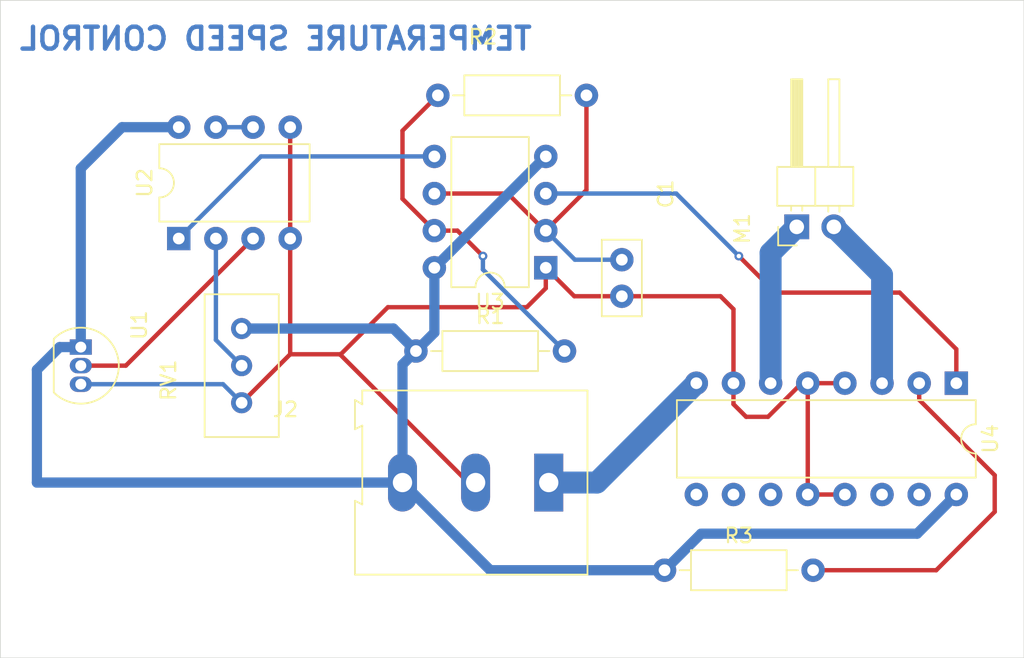
<source format=kicad_pcb>
(kicad_pcb (version 20240108) (generator "pcbnew") (generator_version "8.0")
  (layers (0 "F.Cu" signal) (31 "B.Cu" signal) (36 "B.SilkS" user "B.Silkscreen") (37 "F.SilkS" user "F.Silkscreen") (38 "B.Mask" user) (39 "F.Mask" user) (44 "Edge.Cuts" user))
  (net 0 "")
  (net 1 "GND")
  (net 2 "Net-(U3-THR)")
  (net 3 "+9V")
  (net 4 "+5V")
  (net 5 "Net-(M1-+)")
  (net 6 "Net-(M1--)")
  (net 7 "Net-(U3-DIS)")
  (net 8 "Net-(U4-1A)")
  (net 9 "/POT_OUT")
  (net 10 "/SEN_OUT")
  (net 11 "/COMP_OP")
  (net 12 "Net-(U2B--)")
  (net 13 "/TIMER_OP")
  (footprint "TerminalBlock:TerminalBlock_Altech_AK300-3_P5.00mm" (layer "F.Cu") (at 151 117 180)
    (property "Reference" "J2" (at 18 5 0) (layer "F.SilkS"))
    (property "Value" "Screw_Terminal_01x03")
    (fp_line (start 13.25 5.65) (end 13.25 3.65) (stroke (width 0.12)) (layer "F.SilkS"))
    (fp_line (start 13.25 3.65) (end 12.75 3.9) (stroke (width 0.12)) (layer "F.SilkS"))
    (fp_line (start 13.25 -1.25) (end 13.25 -6.3) (stroke (width 0.12)) (layer "F.SilkS"))
    (fp_line (start 13.25 -6.3) (end -2.65 -6.3) (stroke (width 0.12)) (layer "F.SilkS"))
    (fp_line (start 12.75 6.3) (end 12.75 5.35) (stroke (width 0.12)) (layer "F.SilkS"))
    (fp_line (start 12.75 5.35) (end 13.25 5.65) (stroke (width 0.12)) (layer "F.SilkS"))
    (fp_line (start 12.75 3.9) (end 12.75 -1.5) (stroke (width 0.12)) (layer "F.SilkS"))
    (fp_line (start 12.75 -1.5) (end 13.25 -1.25) (stroke (width 0.12)) (layer "F.SilkS"))
    (fp_line (start -2.65 6.3) (end 12.75 6.3) (stroke (width 0.12)) (layer "F.SilkS"))
    (fp_line (start -2.65 -6.3) (end -2.65 6.3) (stroke (width 0.12)) (layer "F.SilkS"))
    (pad "1" thru_hole rect (at 0 0 180) (size 1.98 3.96) (drill 1.32) (layers "*.Cu" "*.Mask") (net 3 "+9V"))
    (pad "2" thru_hole oval (at 5 0 180) (size 1.98 3.96) (drill 1.32) (layers "*.Cu" "*.Mask") (net 1 "GND"))
    (pad "3" thru_hole oval (at 10 0 180) (size 1.98 3.96) (drill 1.32) (layers "*.Cu" "*.Mask") (net 4 "+5V"))
  )
  (footprint "Package_DIP:DIP-8_W7.62mm" (layer "F.Cu") (at 150.8 102.3 180)
    (property "Reference" "U3" (at 3.81 -2.33 360) (layer "F.SilkS"))
    (property "Value" "LM555xN")
    (fp_line (start 6.46 8.95) (end 6.46 -1.33) (stroke (width 0.12)) (layer "F.SilkS"))
    (fp_line (start 6.46 -1.33) (end 4.81 -1.33) (stroke (width 0.12)) (layer "F.SilkS"))
    (fp_line (start 2.81 -1.33) (end 1.16 -1.33) (stroke (width 0.12)) (layer "F.SilkS"))
    (fp_line (start 1.16 8.95) (end 6.46 8.95) (stroke (width 0.12)) (layer "F.SilkS"))
    (fp_line (start 1.16 -1.33) (end 1.16 8.95) (stroke (width 0.12)) (layer "F.SilkS"))
    (fp_arc (start 4.81 -1.33) (mid 3.81 -0.33) (end 2.81 -1.33) (stroke (width 0.12)) (layer "F.SilkS"))
    (pad "1" thru_hole rect (at 0 0 180) (size 1.6 1.6) (drill 0.8) (layers "*.Cu" "*.Mask") (net 1 "GND"))
    (pad "2" thru_hole oval (at 0 2.54 180) (size 1.6 1.6) (drill 0.8) (layers "*.Cu" "*.Mask") (net 2 "Net-(U3-THR)"))
    (pad "3" thru_hole oval (at 0 5.08 180) (size 1.6 1.6) (drill 0.8) (layers "*.Cu" "*.Mask") (net 13 "/TIMER_OP"))
    (pad "4" thru_hole oval (at 0 7.62 180) (size 1.6 1.6) (drill 0.8) (layers "*.Cu" "*.Mask") (net 4 "+5V"))
    (pad "5" thru_hole oval (at 7.62 7.62 180) (size 1.6 1.6) (drill 0.8) (layers "*.Cu" "*.Mask") (net 11 "/COMP_OP"))
    (pad "6" thru_hole oval (at 7.62 5.08 180) (size 1.6 1.6) (drill 0.8) (layers "*.Cu" "*.Mask") (net 2 "Net-(U3-THR)"))
    (pad "7" thru_hole oval (at 7.62 2.54 180) (size 1.6 1.6) (drill 0.8) (layers "*.Cu" "*.Mask") (net 7 "Net-(U3-DIS)"))
    (pad "8" thru_hole oval (at 7.62 0 180) (size 1.6 1.6) (drill 0.8) (layers "*.Cu" "*.Mask") (net 4 "+5V"))
  )
  (footprint "Resistor_THT:R_Axial_DIN0207_L6.3mm_D2.5mm_P10.16mm_Horizontal" (layer "F.Cu") (at 143.42 90.5)
    (property "Reference" "R2" (at 3.08 -4 0) (layer "F.SilkS"))
    (property "Value" "10k")
    (fp_line (start 1.04 0) (end 1.81 0) (stroke (width 0.12)) (layer "F.SilkS"))
    (fp_line (start 1.81 -1.37) (end 1.81 1.37) (stroke (width 0.12)) (layer "F.SilkS"))
    (fp_line (start 1.81 1.37) (end 8.35 1.37) (stroke (width 0.12)) (layer "F.SilkS"))
    (fp_line (start 8.35 -1.37) (end 1.81 -1.37) (stroke (width 0.12)) (layer "F.SilkS"))
    (fp_line (start 8.35 1.37) (end 8.35 -1.37) (stroke (width 0.12)) (layer "F.SilkS"))
    (fp_line (start 9.12 0) (end 8.35 0) (stroke (width 0.12)) (layer "F.SilkS"))
    (pad "1" thru_hole circle (at 0 0) (size 1.6 1.6) (drill 0.8) (layers "*.Cu" "*.Mask") (net 7 "Net-(U3-DIS)"))
    (pad "2" thru_hole oval (at 10.16 0) (size 1.6 1.6) (drill 0.8) (layers "*.Cu" "*.Mask") (net 2 "Net-(U3-THR)"))
  )
  (footprint "Connector_PinHeader_2.54mm:PinHeader_1x02_P2.54mm_Horizontal" (layer "F.Cu") (at 167.96 99.5 90)
    (property "Reference" "M1" (at -0.125 -3.725 90) (layer "F.SilkS"))
    (property "Value" "Motor_DC")
    (fp_line (start 4.1 -1.33) (end 1.44 -1.33) (stroke (width 0.12)) (layer "F.SilkS"))
    (fp_line (start 1.44 -1.33) (end 1.44 3.87) (stroke (width 0.12)) (layer "F.SilkS"))
    (fp_line (start -1.27 -1.27) (end 0 -1.27) (stroke (width 0.12)) (layer "F.SilkS"))
    (fp_line (start 10.1 -0.38) (end 10.1 0.38) (stroke (width 0.12)) (layer "F.SilkS"))
    (fp_line (start 4.1 -0.38) (end 10.1 -0.38) (stroke (width 0.12)) (layer "F.SilkS"))
    (fp_line (start 1.11 -0.38) (end 1.44 -0.38) (stroke (width 0.12)) (layer "F.SilkS"))
    (fp_line (start 4.1 -0.32) (end 10.1 -0.32) (stroke (width 0.12)) (layer "F.SilkS"))
    (fp_line (start 4.1 -0.2) (end 10.1 -0.2) (stroke (width 0.12)) (layer "F.SilkS"))
    (fp_line (start 4.1 -0.08) (end 10.1 -0.08) (stroke (width 0.12)) (layer "F.SilkS"))
    (fp_line (start -1.27 0) (end -1.27 -1.27) (stroke (width 0.12)) (layer "F.SilkS"))
    (fp_line (start 4.1 0.04) (end 10.1 0.04) (stroke (width 0.12)) (layer "F.SilkS"))
    (fp_line (start 4.1 0.16) (end 10.1 0.16) (stroke (width 0.12)) (layer "F.SilkS"))
    (fp_line (start 4.1 0.28) (end 10.1 0.28) (stroke (width 0.12)) (layer "F.SilkS"))
    (fp_line (start 10.1 0.38) (end 4.1 0.38) (stroke (width 0.12)) (layer "F.SilkS"))
    (fp_line (start 1.11 0.38) (end 1.44 0.38) (stroke (width 0.12)) (layer "F.SilkS"))
    (fp_line (start 1.44 1.27) (end 4.1 1.27) (stroke (width 0.12)) (layer "F.SilkS"))
    (fp_line (start 10.1 2.16) (end 10.1 2.92) (stroke (width 0.12)) (layer "F.SilkS"))
    (fp_line (start 4.1 2.16) (end 10.1 2.16) (stroke (width 0.12)) (layer "F.SilkS"))
    (fp_line (start 1.042929 2.16) (end 1.44 2.16) (stroke (width 0.12)) (layer "F.SilkS"))
    (fp_line (start 10.1 2.92) (end 4.1 2.92) (stroke (width 0.12)) (layer "F.SilkS"))
    (fp_line (start 1.042929 2.92) (end 1.44 2.92) (stroke (width 0.12)) (layer "F.SilkS"))
    (fp_line (start 4.1 3.87) (end 4.1 -1.33) (stroke (width 0.12)) (layer "F.SilkS"))
    (fp_line (start 1.44 3.87) (end 4.1 3.87) (stroke (width 0.12)) (layer "F.SilkS"))
    (pad "1" thru_hole rect (at 0 0 90) (size 1.7 1.7) (drill 1) (layers "*.Cu" "*.Mask") (net 5 "Net-(M1-+)"))
    (pad "2" thru_hole oval (at 0 2.54 90) (size 1.7 1.7) (drill 1) (layers "*.Cu" "*.Mask") (net 6 "Net-(M1--)"))
  )
  (footprint "Potentiometer_THT:Potentiometer_Bourns_3296W_Vertical" (layer "F.Cu") (at 130 106.46 90)
    (property "Reference" "RV1" (at -3.54 -5 90) (layer "F.SilkS"))
    (property "Value" "R_Potentiometer")
    (fp_line (start 2.345 -2.53) (end 2.345 2.54) (stroke (width 0.12)) (layer "F.SilkS"))
    (fp_line (start -7.425 -2.53) (end 2.345 -2.53) (stroke (width 0.12)) (layer "F.SilkS"))
    (fp_line (start -7.425 -2.53) (end -7.425 2.54) (stroke (width 0.12)) (layer "F.SilkS"))
    (fp_line (start -7.425 2.54) (end 2.345 2.54) (stroke (width 0.12)) (layer "F.SilkS"))
    (pad "1" thru_hole circle (at 0 0 90) (size 1.44 1.44) (drill 0.8) (layers "*.Cu" "*.Mask") (net 4 "+5V"))
    (pad "2" thru_hole circle (at -2.54 0 90) (size 1.44 1.44) (drill 0.8) (layers "*.Cu" "*.Mask") (net 9 "/POT_OUT"))
    (pad "3" thru_hole circle (at -5.08 0 90) (size 1.44 1.44) (drill 0.8) (layers "*.Cu" "*.Mask") (net 1 "GND"))
  )
  (footprint "Package_DIP:DIP-16_W7.62mm" (layer "F.Cu") (at 178.875 110.2 -90)
    (property "Reference" "U4" (at 3.81 -2.33 90) (layer "F.SilkS"))
    (property "Value" "L293D")
    (fp_line (start 1.16 19.11) (end 6.46 19.11) (stroke (width 0.12)) (layer "F.SilkS"))
    (fp_line (start 6.46 19.11) (end 6.46 -1.33) (stroke (width 0.12)) (layer "F.SilkS"))
    (fp_line (start 1.16 -1.33) (end 1.16 19.11) (stroke (width 0.12)) (layer "F.SilkS"))
    (fp_line (start 2.81 -1.33) (end 1.16 -1.33) (stroke (width 0.12)) (layer "F.SilkS"))
    (fp_line (start 6.46 -1.33) (end 4.81 -1.33) (stroke (width 0.12)) (layer "F.SilkS"))
    (fp_arc (start 4.81 -1.33) (mid 3.81 -0.33) (end 2.81 -1.33) (stroke (width 0.12)) (layer "F.SilkS"))
    (pad "1" thru_hole rect (at 0 0 270) (size 1.6 1.6) (drill 0.8) (layers "*.Cu" "*.Mask") (net 13 "/TIMER_OP"))
    (pad "2" thru_hole oval (at 0 2.54 270) (size 1.6 1.6) (drill 0.8) (layers "*.Cu" "*.Mask") (net 8 "Net-(U4-1A)"))
    (pad "3" thru_hole oval (at 0 5.08 270) (size 1.6 1.6) (drill 0.8) (layers "*.Cu" "*.Mask") (net 6 "Net-(M1--)"))
    (pad "4" thru_hole oval (at 0 7.62 270) (size 1.6 1.6) (drill 0.8) (layers "*.Cu" "*.Mask") (net 1 "GND"))
    (pad "5" thru_hole oval (at 0 10.16 270) (size 1.6 1.6) (drill 0.8) (layers "*.Cu" "*.Mask") (net 1 "GND"))
    (pad "6" thru_hole oval (at 0 12.7 270) (size 1.6 1.6) (drill 0.8) (layers "*.Cu" "*.Mask") (net 5 "Net-(M1-+)"))
    (pad "7" thru_hole oval (at 0 15.24 270) (size 1.6 1.6) (drill 0.8) (layers "*.Cu" "*.Mask") (net 1 "GND"))
    (pad "8" thru_hole oval (at 0 17.78 270) (size 1.6 1.6) (drill 0.8) (layers "*.Cu" "*.Mask") (net 3 "+9V"))
    (pad "9" thru_hole oval (at 7.62 17.78 270) (size 1.6 1.6) (drill 0.8) (layers "*.Cu" "*.Mask"))
    (pad "10" thru_hole oval (at 7.62 15.24 270) (size 1.6 1.6) (drill 0.8) (layers "*.Cu" "*.Mask"))
    (pad "11" thru_hole oval (at 7.62 12.7 270) (size 1.6 1.6) (drill 0.8) (layers "*.Cu" "*.Mask"))
    (pad "12" thru_hole oval (at 7.62 10.16 270) (size 1.6 1.6) (drill 0.8) (layers "*.Cu" "*.Mask") (net 1 "GND"))
    (pad "13" thru_hole oval (at 7.62 7.62 270) (size 1.6 1.6) (drill 0.8) (layers "*.Cu" "*.Mask") (net 1 "GND"))
    (pad "14" thru_hole oval (at 7.62 5.08 270) (size 1.6 1.6) (drill 0.8) (layers "*.Cu" "*.Mask"))
    (pad "15" thru_hole oval (at 7.62 2.54 270) (size 1.6 1.6) (drill 0.8) (layers "*.Cu" "*.Mask"))
    (pad "16" thru_hole oval (at 7.62 0 270) (size 1.6 1.6) (drill 0.8) (layers "*.Cu" "*.Mask") (net 4 "+5V"))
  )
  (footprint "Package_DIP:DIP-8_W7.62mm" (layer "F.Cu") (at 125.7 100.3 90)
    (property "Reference" "U2" (at 3.81 -2.33 90) (layer "F.SilkS"))
    (property "Value" "LM358")
    (fp_line (start 6.46 -1.33) (end 4.81 -1.33) (stroke (width 0.12)) (layer "F.SilkS"))
    (fp_line (start 2.81 -1.33) (end 1.16 -1.33) (stroke (width 0.12)) (layer "F.SilkS"))
    (fp_line (start 1.16 -1.33) (end 1.16 8.95) (stroke (width 0.12)) (layer "F.SilkS"))
    (fp_line (start 6.46 8.95) (end 6.46 -1.33) (stroke (width 0.12)) (layer "F.SilkS"))
    (fp_line (start 1.16 8.95) (end 6.46 8.95) (stroke (width 0.12)) (layer "F.SilkS"))
    (fp_arc (start 4.81 -1.33) (mid 3.81 -0.33) (end 2.81 -1.33) (stroke (width 0.12)) (layer "F.SilkS"))
    (pad "1" thru_hole rect (at 0 0 90) (size 1.6 1.6) (drill 0.8) (layers "*.Cu" "*.Mask") (net 11 "/COMP_OP"))
    (pad "2" thru_hole oval (at 0 2.54 90) (size 1.6 1.6) (drill 0.8) (layers "*.Cu" "*.Mask") (net 9 "/POT_OUT"))
    (pad "3" thru_hole oval (at 0 5.08 90) (size 1.6 1.6) (drill 0.8) (layers "*.Cu" "*.Mask") (net 10 "/SEN_OUT"))
    (pad "4" thru_hole oval (at 0 7.62 90) (size 1.6 1.6) (drill 0.8) (layers "*.Cu" "*.Mask") (net 1 "GND"))
    (pad "5" thru_hole oval (at 7.62 7.62 90) (size 1.6 1.6) (drill 0.8) (layers "*.Cu" "*.Mask") (net 1 "GND"))
    (pad "6" thru_hole oval (at 7.62 5.08 90) (size 1.6 1.6) (drill 0.8) (layers "*.Cu" "*.Mask") (net 12 "Net-(U2B--)"))
    (pad "7" thru_hole oval (at 7.62 2.54 90) (size 1.6 1.6) (drill 0.8) (layers "*.Cu" "*.Mask") (net 12 "Net-(U2B--)"))
    (pad "8" thru_hole oval (at 7.62 0 90) (size 1.6 1.6) (drill 0.8) (layers "*.Cu" "*.Mask") (net 4 "+5V"))
  )
  (footprint "Resistor_THT:R_Axial_DIN0207_L6.3mm_D2.5mm_P10.16mm_Horizontal" (layer "F.Cu") (at 141.92 108)
    (property "Reference" "R1" (at 5.08 -2.37 0) (layer "F.SilkS"))
    (property "Value" "1k")
    (fp_line (start 1.04 0) (end 1.81 0) (stroke (width 0.12)) (layer "F.SilkS"))
    (fp_line (start 1.81 -1.37) (end 1.81 1.37) (stroke (width 0.12)) (layer "F.SilkS"))
    (fp_line (start 1.81 1.37) (end 8.35 1.37) (stroke (width 0.12)) (layer "F.SilkS"))
    (fp_line (start 8.35 -1.37) (end 1.81 -1.37) (stroke (width 0.12)) (layer "F.SilkS"))
    (fp_line (start 8.35 1.37) (end 8.35 -1.37) (stroke (width 0.12)) (layer "F.SilkS"))
    (fp_line (start 9.12 0) (end 8.35 0) (stroke (width 0.12)) (layer "F.SilkS"))
    (pad "1" thru_hole circle (at 0 0) (size 1.6 1.6) (drill 0.8) (layers "*.Cu" "*.Mask") (net 4 "+5V"))
    (pad "2" thru_hole oval (at 10.16 0) (size 1.6 1.6) (drill 0.8) (layers "*.Cu" "*.Mask") (net 7 "Net-(U3-DIS)"))
  )
  (footprint "Package_TO_SOT_THT:TO-92_Inline" (layer "F.Cu") (at 119 107.73 -90)
    (property "Reference" "U1" (at -1.5 -4 90) (layer "F.SilkS"))
    (property "Value" "LM35-LP")
    (fp_line (start -0.53 1.85) (end 3.07 1.85) (stroke (width 0.12)) (layer "F.SilkS"))
    (fp_arc (start -0.568478 1.838478) (mid -1.132087 -0.994977) (end 1.27 -2.6) (stroke (width 0.12)) (layer "F.SilkS"))
    (fp_arc (start 1.27 -2.6) (mid 3.672087 -0.994977) (end 3.108478 1.838478) (stroke (width 0.12)) (layer "F.SilkS"))
    (pad "1" thru_hole rect (at 0 0 270) (size 1.05 1.5) (drill 0.75) (layers "*.Cu" "*.Mask") (net 4 "+5V"))
    (pad "2" thru_hole oval (at 1.27 0 270) (size 1.05 1.5) (drill 0.75) (layers "*.Cu" "*.Mask") (net 10 "/SEN_OUT"))
    (pad "3" thru_hole oval (at 2.54 0 270) (size 1.05 1.5) (drill 0.75) (layers "*.Cu" "*.Mask") (net 1 "GND"))
  )
  (footprint "Capacitor_THT:C_Disc_D5.0mm_W2.5mm_P2.50mm" (layer "F.Cu") (at 156 101.75 -90)
    (property "Reference" "C1" (at -4.5 -3 90) (layer "F.SilkS"))
    (property "Value" "0.1uf")
    (fp_line (start -1.37 1.37) (end 3.87 1.37) (stroke (width 0.12)) (layer "F.SilkS"))
    (fp_line (start -1.37 -1.37) (end -1.37 1.37) (stroke (width 0.12)) (layer "F.SilkS"))
    (fp_line (start -1.37 -1.37) (end 3.87 -1.37) (stroke (width 0.12)) (layer "F.SilkS"))
    (fp_line (start 3.87 -1.37) (end 3.87 1.37) (stroke (width 0.12)) (layer "F.SilkS"))
    (pad "1" thru_hole circle (at 0 0 270) (size 1.6 1.6) (drill 0.8) (layers "*.Cu" "*.Mask") (net 2 "Net-(U3-THR)"))
    (pad "2" thru_hole circle (at 2.5 0 270) (size 1.6 1.6) (drill 0.8) (layers "*.Cu" "*.Mask") (net 1 "GND"))
  )
  (footprint "Resistor_THT:R_Axial_DIN0207_L6.3mm_D2.5mm_P10.16mm_Horizontal" (layer "F.Cu") (at 158.92 123)
    (property "Reference" "R3" (at 5.08 -2.37 0) (layer "F.SilkS"))
    (property "Value" "1k")
    (fp_line (start 1.04 0) (end 1.81 0) (stroke (width 0.12)) (layer "F.SilkS"))
    (fp_line (start 1.81 -1.37) (end 1.81 1.37) (stroke (width 0.12)) (layer "F.SilkS"))
    (fp_line (start 1.81 1.37) (end 8.35 1.37) (stroke (width 0.12)) (layer "F.SilkS"))
    (fp_line (start 8.35 -1.37) (end 1.81 -1.37) (stroke (width 0.12)) (layer "F.SilkS"))
    (fp_line (start 8.35 1.37) (end 8.35 -1.37) (stroke (width 0.12)) (layer "F.SilkS"))
    (fp_line (start 9.12 0) (end 8.35 0) (stroke (width 0.12)) (layer "F.SilkS"))
    (pad "1" thru_hole circle (at 0 0) (size 1.6 1.6) (drill 0.8) (layers "*.Cu" "*.Mask") (net 4 "+5V"))
    (pad "2" thru_hole oval (at 10.16 0) (size 1.6 1.6) (drill 0.8) (layers "*.Cu" "*.Mask") (net 8 "Net-(U4-1A)"))
  )
  (gr_rect (start 113.5 84) (end 183.5 129) (stroke (width 0.05)) (fill none) (layer "Edge.Cuts"))
  (gr_text "TEMPERATURE SPEED CONTROL" (at 150 87.5 0) (layer "B.Cu") (effects (font (size 1.5 1.5) (thickness 0.3) (bold yes)) (justify left bottom mirror)))
  (segment (start 145.5 117) (end 136.75 108.25) (width 0.3) (layer "F.Cu") (net 1))
  (segment (start 156 104.25) (end 162.75 104.25) (width 0.3) (layer "F.Cu") (net 1))
  (segment (start 171.255 110.2) (end 168.715 110.2) (width 0.3) (layer "F.Cu") (net 1))
  (segment (start 163.635 111.635) (end 163.635 110.2) (width 0.3) (layer "F.Cu") (net 1))
  (segment (start 150.8 102.3) (end 150.8 103.7) (width 0.3) (layer "F.Cu") (net 1))
  (segment (start 164.5 112.5) (end 163.635 111.635) (width 0.3) (layer "F.Cu") (net 1))
  (segment (start 136.75 108.25) (end 136.72 108.22) (width 0.3) (layer "F.Cu") (net 1))
  (segment (start 133.32 92.68) (end 133.32 100.3) (width 0.3) (layer "F.Cu") (net 1))
  (segment (start 133.32 100.3) (end 133.32 108.22) (width 0.3) (layer "F.Cu") (net 1))
  (segment (start 152.75 104.25) (end 150.8 102.3) (width 0.3) (layer "F.Cu") (net 1))
  (segment (start 168.715 110.2) (end 168.3 110.2) (width 0.3) (layer "F.Cu") (net 1))
  (segment (start 162.75 104.25) (end 163.635 105.135) (width 0.3) (layer "F.Cu") (net 1))
  (segment (start 171.255 117.82) (end 168.715 117.82) (width 0.3) (layer "F.Cu") (net 1))
  (segment (start 168.715 117.82) (end 168.715 110.2) (width 0.3) (layer "F.Cu") (net 1))
  (segment (start 150.8 103.7) (end 149.5 105) (width 0.3) (layer "F.Cu") (net 1))
  (segment (start 156 104.25) (end 152.75 104.25) (width 0.3) (layer "F.Cu") (net 1))
  (segment (start 168.3 110.2) (end 166 112.5) (width 0.3) (layer "F.Cu") (net 1))
  (segment (start 140 105) (end 136.75 108.25) (width 0.3) (layer "F.Cu") (net 1))
  (segment (start 166 112.5) (end 164.5 112.5) (width 0.3) (layer "F.Cu") (net 1))
  (segment (start 136.72 108.22) (end 133.32 108.22) (width 0.3) (layer "F.Cu") (net 1))
  (segment (start 146 117) (end 145.5 117) (width 0.3) (layer "F.Cu") (net 1))
  (segment (start 149.5 105) (end 140 105) (width 0.3) (layer "F.Cu") (net 1))
  (segment (start 133.32 108.22) (end 130 111.54) (width 0.3) (layer "F.Cu") (net 1))
  (segment (start 163.635 105.135) (end 163.635 110.2) (width 0.3) (layer "F.Cu") (net 1))
  (segment (start 119 110.27) (end 128.73 110.27) (width 0.3) (layer "B.Cu") (net 1))
  (segment (start 128.73 110.27) (end 130 111.54) (width 0.3) (layer "B.Cu") (net 1))
  (segment (start 150.74 99.76) (end 148.2 97.22) (width 0.3) (layer "F.Cu") (net 2))
  (segment (start 153.58 90.5) (end 153.58 96.98) (width 0.3) (layer "F.Cu") (net 2))
  (segment (start 153.58 96.98) (end 150.8 99.76) (width 0.3) (layer "F.Cu") (net 2))
  (segment (start 150.8 99.76) (end 150.74 99.76) (width 0.3) (layer "F.Cu") (net 2))
  (segment (start 148.2 97.22) (end 143.18 97.22) (width 0.3) (layer "F.Cu") (net 2))
  (segment (start 156 101.75) (end 152.79 101.75) (width 0.3) (layer "B.Cu") (net 2))
  (segment (start 152.79 101.75) (end 150.8 99.76) (width 0.3) (layer "B.Cu") (net 2))
  (segment (start 154.295 117) (end 161.095 110.2) (width 1.5) (layer "B.Cu") (net 3))
  (segment (start 151 117) (end 154.295 117) (width 1.5) (layer "B.Cu") (net 3))
  (segment (start 121.82 92.68) (end 119 95.5) (width 0.7) (layer "B.Cu") (net 4))
  (segment (start 140.38 106.46) (end 141.92 108) (width 0.7) (layer "B.Cu") (net 4))
  (segment (start 141 117) (end 147 123) (width 0.7) (layer "B.Cu") (net 4))
  (segment (start 178.875 117.82) (end 176.195 120.5) (width 0.7) (layer "B.Cu") (net 4))
  (segment (start 125.7 92.68) (end 121.82 92.68) (width 0.7) (layer "B.Cu") (net 4))
  (segment (start 143.18 102.3) (end 150.8 94.68) (width 0.7) (layer "B.Cu") (net 4))
  (segment (start 143.18 106.74) (end 141.92 108) (width 0.7) (layer "B.Cu") (net 4))
  (segment (start 130 106.46) (end 140.38 106.46) (width 0.7) (layer "B.Cu") (net 4))
  (segment (start 119 107.73) (end 117.55 107.73) (width 0.7) (layer "B.Cu") (net 4))
  (segment (start 116 109.28) (end 116 117) (width 0.7) (layer "B.Cu") (net 4))
  (segment (start 141 108.92) (end 141.92 108) (width 0.7) (layer "B.Cu") (net 4))
  (segment (start 161.42 120.5) (end 158.92 123) (width 0.7) (layer "B.Cu") (net 4))
  (segment (start 141 117) (end 141 108.92) (width 0.7) (layer "B.Cu") (net 4))
  (segment (start 147 123) (end 158.92 123) (width 0.7) (layer "B.Cu") (net 4))
  (segment (start 119 95.5) (end 119 107.73) (width 0.7) (layer "B.Cu") (net 4))
  (segment (start 143.18 102.3) (end 143.18 106.74) (width 0.7) (layer "B.Cu") (net 4))
  (segment (start 176.195 120.5) (end 161.42 120.5) (width 0.7) (layer "B.Cu") (net 4))
  (segment (start 116 117) (end 141 117) (width 0.7) (layer "B.Cu") (net 4))
  (segment (start 117.55 107.73) (end 116 109.28) (width 0.7) (layer "B.Cu") (net 4))
  (segment (start 166.175 101.285) (end 167.96 99.5) (width 1.5) (layer "B.Cu") (net 5))
  (segment (start 166.175 110.2) (end 166.175 101.285) (width 1.5) (layer "B.Cu") (net 5))
  (segment (start 173.795 102.795) (end 170.5 99.5) (width 1.5) (layer "B.Cu") (net 6))
  (segment (start 173.795 110.2) (end 173.795 102.795) (width 1.5) (layer "B.Cu") (net 6))
  (segment (start 141 92.92) (end 141 97.58) (width 0.3) (layer "F.Cu") (net 7))
  (segment (start 146.5 101.5) (end 144.76 99.76) (width 0.3) (layer "F.Cu") (net 7))
  (segment (start 144.76 99.76) (end 143.18 99.76) (width 0.3) (layer "F.Cu") (net 7))
  (segment (start 143.42 90.5) (end 141 92.92) (width 0.3) (layer "F.Cu") (net 7))
  (segment (start 141 97.58) (end 143.18 99.76) (width 0.3) (layer "F.Cu") (net 7))
  (via (at 146.5 101.5) (size 0.6) (drill 0.3) (layers "F.Cu" "B.Cu") (net 7))
  (segment (start 152.08 108) (end 146.5 102.42) (width 0.3) (layer "B.Cu") (net 7))
  (segment (start 146.5 102.42) (end 146.5 101.5) (width 0.3) (layer "B.Cu") (net 7))
  (segment (start 181.5 116.5) (end 176.335 111.335) (width 0.3) (layer "F.Cu") (net 8))
  (segment (start 169.08 123) (end 177.5 123) (width 0.3) (layer "F.Cu") (net 8))
  (segment (start 177.5 123) (end 181.5 119) (width 0.3) (layer "F.Cu") (net 8))
  (segment (start 176.335 111.335) (end 176.335 110.2) (width 0.3) (layer "F.Cu") (net 8))
  (segment (start 181.5 119) (end 181.5 116.5) (width 0.3) (layer "F.Cu") (net 8))
  (segment (start 130 109) (end 128.24 107.24) (width 0.3) (layer "B.Cu") (net 9))
  (segment (start 128.24 107.24) (end 128.24 100.3) (width 0.3) (layer "B.Cu") (net 9))
  (segment (start 122.08 109) (end 130.78 100.3) (width 0.3) (layer "F.Cu") (net 10))
  (segment (start 119 109) (end 122.08 109) (width 0.3) (layer "F.Cu") (net 10))
  (segment (start 131.32 94.68) (end 143.18 94.68) (width 0.3) (layer "B.Cu") (net 11))
  (segment (start 125.7 100.3) (end 131.32 94.68) (width 0.3) (layer "B.Cu") (net 11))
  (segment (start 130.78 92.68) (end 128.24 92.68) (width 0.3) (layer "B.Cu") (net 12))
  (segment (start 175 104) (end 178.875 107.875) (width 0.3) (layer "F.Cu") (net 13))
  (segment (start 178.875 107.875) (end 178.875 110.2) (width 0.3) (layer "F.Cu") (net 13))
  (segment (start 164 101.5) (end 166.5 104) (width 0.3) (layer "F.Cu") (net 13))
  (segment (start 166.5 104) (end 175 104) (width 0.3) (layer "F.Cu") (net 13))
  (via (at 164 101.5) (size 0.6) (drill 0.3) (layers "F.Cu" "B.Cu") (net 13))
  (segment (start 159.72 97.22) (end 164 101.5) (width 0.3) (layer "B.Cu") (net 13))
  (segment (start 150.8 97.22) (end 159.72 97.22) (width 0.3) (layer "B.Cu") (net 13))
)
</source>
